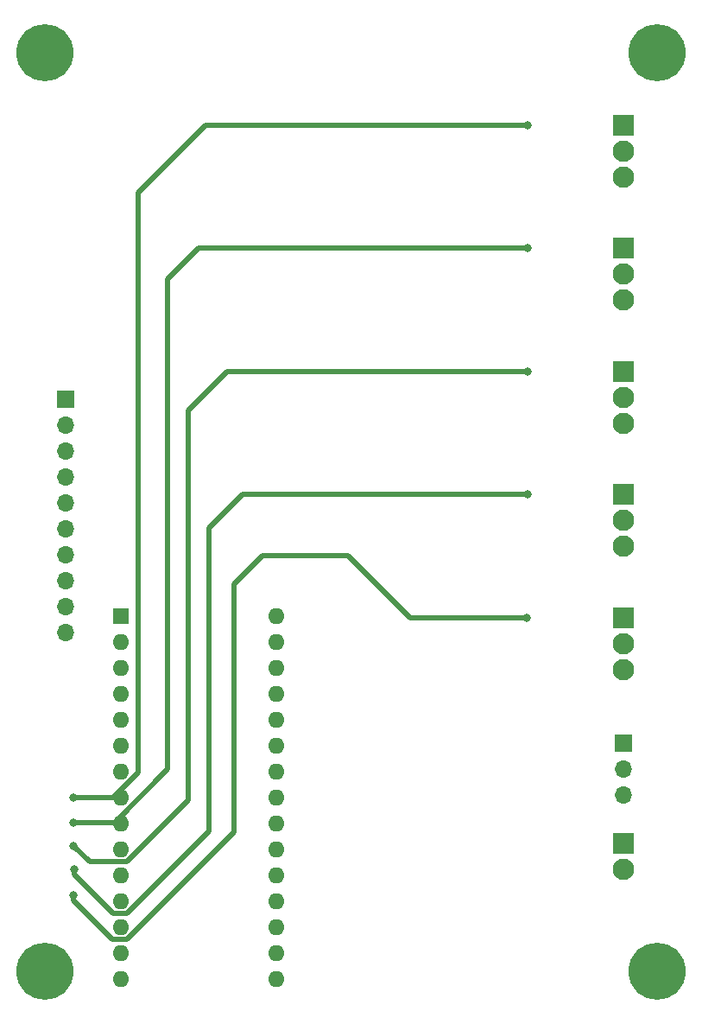
<source format=gbr>
%TF.GenerationSoftware,KiCad,Pcbnew,5.1.10-1.fc34*%
%TF.CreationDate,2021-06-08T11:48:28-04:00*%
%TF.ProjectId,BREAD_Slice,42524541-445f-4536-9c69-63652e6b6963,rev?*%
%TF.SameCoordinates,Original*%
%TF.FileFunction,Copper,L1,Top*%
%TF.FilePolarity,Positive*%
%FSLAX46Y46*%
G04 Gerber Fmt 4.6, Leading zero omitted, Abs format (unit mm)*
G04 Created by KiCad (PCBNEW 5.1.10-1.fc34) date 2021-06-08 11:48:28*
%MOMM*%
%LPD*%
G01*
G04 APERTURE LIST*
%TA.AperFunction,ComponentPad*%
%ADD10C,2.100000*%
%TD*%
%TA.AperFunction,ComponentPad*%
%ADD11R,2.100000X2.100000*%
%TD*%
%TA.AperFunction,ComponentPad*%
%ADD12O,1.700000X1.700000*%
%TD*%
%TA.AperFunction,ComponentPad*%
%ADD13R,1.700000X1.700000*%
%TD*%
%TA.AperFunction,ComponentPad*%
%ADD14C,5.600000*%
%TD*%
%TA.AperFunction,ComponentPad*%
%ADD15R,1.600000X1.600000*%
%TD*%
%TA.AperFunction,ComponentPad*%
%ADD16O,1.600000X1.600000*%
%TD*%
%TA.AperFunction,ViaPad*%
%ADD17C,0.800000*%
%TD*%
%TA.AperFunction,Conductor*%
%ADD18C,0.500000*%
%TD*%
G04 APERTURE END LIST*
D10*
%TO.P,J8,2*%
%TO.N,GND*%
X184322000Y-124814000D03*
D11*
%TO.P,J8,1*%
%TO.N,/CSTM*%
X184322000Y-122274000D03*
%TD*%
D12*
%TO.P,J7,3*%
%TO.N,+12V*%
X184322000Y-117575000D03*
%TO.P,J7,2*%
%TO.N,/CSTM*%
X184322000Y-115035000D03*
D13*
%TO.P,J7,1*%
%TO.N,/PWR*%
X184322000Y-112495000D03*
%TD*%
D10*
%TO.P,J6,3*%
%TO.N,GND*%
X184322000Y-81126000D03*
%TO.P,J6,2*%
%TO.N,Net-(J6-Pad2)*%
X184322000Y-78586000D03*
D11*
%TO.P,J6,1*%
%TO.N,/PWM3*%
X184322000Y-76046000D03*
%TD*%
D10*
%TO.P,J5,3*%
%TO.N,GND*%
X184322000Y-105256000D03*
%TO.P,J5,2*%
%TO.N,/PWR*%
X184322000Y-102716000D03*
D11*
%TO.P,J5,1*%
%TO.N,/PWM5*%
X184322000Y-100176000D03*
%TD*%
D10*
%TO.P,J4,3*%
%TO.N,GND*%
X184322000Y-69061000D03*
%TO.P,J4,2*%
%TO.N,/PWR*%
X184322000Y-66521000D03*
D11*
%TO.P,J4,1*%
%TO.N,/PWM2*%
X184322000Y-63981000D03*
%TD*%
D10*
%TO.P,J3,3*%
%TO.N,GND*%
X184322000Y-93191000D03*
%TO.P,J3,2*%
%TO.N,/PWR*%
X184322000Y-90651000D03*
D11*
%TO.P,J3,1*%
%TO.N,/PWM4*%
X184322000Y-88111000D03*
%TD*%
D10*
%TO.P,J2,3*%
%TO.N,GND*%
X184322000Y-56996000D03*
%TO.P,J2,2*%
%TO.N,/PWR*%
X184322000Y-54456000D03*
D11*
%TO.P,J2,1*%
%TO.N,/PWM1*%
X184322000Y-51916000D03*
%TD*%
D14*
%TO.P,H4,1*%
%TO.N,N/C*%
X187600000Y-134800000D03*
%TD*%
%TO.P,H3,1*%
%TO.N,N/C*%
X127600000Y-134800000D03*
%TD*%
%TO.P,H2,1*%
%TO.N,N/C*%
X187600000Y-44800000D03*
%TD*%
%TO.P,H1,1*%
%TO.N,N/C*%
X127600000Y-44800000D03*
%TD*%
D15*
%TO.P,A1,1*%
%TO.N,Net-(A1-Pad1)*%
X135000000Y-100000000D03*
D16*
%TO.P,A1,17*%
%TO.N,Net-(A1-Pad17)*%
X150240000Y-133020000D03*
%TO.P,A1,2*%
%TO.N,Net-(A1-Pad2)*%
X135000000Y-102540000D03*
%TO.P,A1,18*%
%TO.N,Net-(A1-Pad18)*%
X150240000Y-130480000D03*
%TO.P,A1,3*%
%TO.N,Net-(A1-Pad3)*%
X135000000Y-105080000D03*
%TO.P,A1,19*%
%TO.N,Net-(A1-Pad19)*%
X150240000Y-127940000D03*
%TO.P,A1,4*%
%TO.N,GND*%
X135000000Y-107620000D03*
%TO.P,A1,20*%
%TO.N,Net-(A1-Pad20)*%
X150240000Y-125400000D03*
%TO.P,A1,5*%
%TO.N,/E_STOP*%
X135000000Y-110160000D03*
%TO.P,A1,21*%
%TO.N,Net-(A1-Pad21)*%
X150240000Y-122860000D03*
%TO.P,A1,6*%
%TO.N,/INT*%
X135000000Y-112700000D03*
%TO.P,A1,22*%
%TO.N,Net-(A1-Pad22)*%
X150240000Y-120320000D03*
%TO.P,A1,7*%
%TO.N,/SYNC*%
X135000000Y-115240000D03*
%TO.P,A1,23*%
%TO.N,/I2C_DAT*%
X150240000Y-117780000D03*
%TO.P,A1,8*%
%TO.N,/PWM1*%
X135000000Y-117780000D03*
%TO.P,A1,24*%
%TO.N,/I2C_CLK*%
X150240000Y-115240000D03*
%TO.P,A1,9*%
%TO.N,/PWM2*%
X135000000Y-120320000D03*
%TO.P,A1,25*%
%TO.N,Net-(A1-Pad25)*%
X150240000Y-112700000D03*
%TO.P,A1,10*%
%TO.N,Net-(A1-Pad10)*%
X135000000Y-122860000D03*
%TO.P,A1,26*%
%TO.N,Net-(A1-Pad26)*%
X150240000Y-110160000D03*
%TO.P,A1,11*%
%TO.N,Net-(A1-Pad11)*%
X135000000Y-125400000D03*
%TO.P,A1,27*%
%TO.N,+5V*%
X150240000Y-107620000D03*
%TO.P,A1,12*%
%TO.N,/PWM3*%
X135000000Y-127940000D03*
%TO.P,A1,28*%
%TO.N,Net-(A1-Pad28)*%
X150240000Y-105080000D03*
%TO.P,A1,13*%
%TO.N,/PWM4*%
X135000000Y-130480000D03*
%TO.P,A1,29*%
%TO.N,GND*%
X150240000Y-102540000D03*
%TO.P,A1,14*%
%TO.N,/PWM5*%
X135000000Y-133020000D03*
%TO.P,A1,30*%
%TO.N,+12V*%
X150240000Y-100000000D03*
%TO.P,A1,15*%
%TO.N,Net-(A1-Pad15)*%
X135000000Y-135560000D03*
%TO.P,A1,16*%
%TO.N,Net-(A1-Pad16)*%
X150240000Y-135560000D03*
%TD*%
D13*
%TO.P,J1,1*%
%TO.N,GND*%
X129600000Y-78800000D03*
D12*
%TO.P,J1,2*%
%TO.N,+12V*%
X129600000Y-81340000D03*
%TO.P,J1,3*%
%TO.N,/I2C_CLK*%
X129600000Y-83880000D03*
%TO.P,J1,4*%
%TO.N,/I2C_DAT*%
X129600000Y-86420000D03*
%TO.P,J1,5*%
%TO.N,GND*%
X129600000Y-88960000D03*
%TO.P,J1,6*%
%TO.N,/E_STOP*%
X129600000Y-91500000D03*
%TO.P,J1,7*%
%TO.N,/INT*%
X129600000Y-94040000D03*
%TO.P,J1,8*%
%TO.N,/SYNC*%
X129600000Y-96580000D03*
%TO.P,J1,9*%
%TO.N,+12V*%
X129600000Y-99120000D03*
%TO.P,J1,10*%
%TO.N,GND*%
X129600000Y-101660000D03*
%TD*%
D17*
%TO.N,/PWM1*%
X130347000Y-117829000D03*
X174924000Y-51916000D03*
%TO.N,/PWM2*%
X130347000Y-120242000D03*
X174924000Y-63981000D03*
%TO.N,/PWM3*%
X130347000Y-122528000D03*
X174924000Y-76046000D03*
%TO.N,/PWM4*%
X130474000Y-124814000D03*
X174924000Y-88111000D03*
%TO.N,/PWM5*%
X130347000Y-127354000D03*
X174797000Y-100176000D03*
%TD*%
D18*
%TO.N,/PWM1*%
X134261002Y-117829000D02*
X136697000Y-115393002D01*
X130347000Y-117829000D02*
X134261002Y-117829000D01*
X136697000Y-115393002D02*
X136697000Y-58520000D01*
X143301000Y-51916000D02*
X174924000Y-51916000D01*
X136697000Y-58520000D02*
X143301000Y-51916000D01*
%TO.N,/PWM2*%
X134388002Y-120242000D02*
X139618000Y-115012002D01*
X130347000Y-120242000D02*
X134388002Y-120242000D01*
X139618000Y-115012002D02*
X139618000Y-67029000D01*
X142666000Y-63981000D02*
X174924000Y-63981000D01*
X139618000Y-67029000D02*
X142666000Y-63981000D01*
%TO.N,/PWM3*%
X135600001Y-124110001D02*
X141650000Y-118060002D01*
X131929001Y-124110001D02*
X135600001Y-124110001D01*
X130347000Y-122528000D02*
X131929001Y-124110001D01*
X141650000Y-118060002D02*
X141650000Y-79856000D01*
X145460000Y-76046000D02*
X174924000Y-76046000D01*
X141650000Y-79856000D02*
X145460000Y-76046000D01*
%TO.N,/PWM4*%
X135600001Y-129190001D02*
X143682000Y-121108002D01*
X134284316Y-129190001D02*
X135600001Y-129190001D01*
X130474000Y-125379685D02*
X134284316Y-129190001D01*
X130474000Y-124814000D02*
X130474000Y-125379685D01*
X143682000Y-121108002D02*
X143682000Y-91413000D01*
X146984000Y-88111000D02*
X174924000Y-88111000D01*
X143682000Y-91413000D02*
X146984000Y-88111000D01*
%TO.N,/PWM5*%
X135600001Y-131730001D02*
X146095000Y-121235002D01*
X130347000Y-127919685D02*
X134157316Y-131730001D01*
X134157316Y-131730001D02*
X135600001Y-131730001D01*
X130347000Y-127354000D02*
X130347000Y-127919685D01*
X146095000Y-121235002D02*
X146095000Y-96874000D01*
X146095000Y-96874000D02*
X148889000Y-94080000D01*
X148889000Y-94080000D02*
X157271000Y-94080000D01*
X163367000Y-100176000D02*
X174797000Y-100176000D01*
X157271000Y-94080000D02*
X163367000Y-100176000D01*
%TD*%
M02*

</source>
